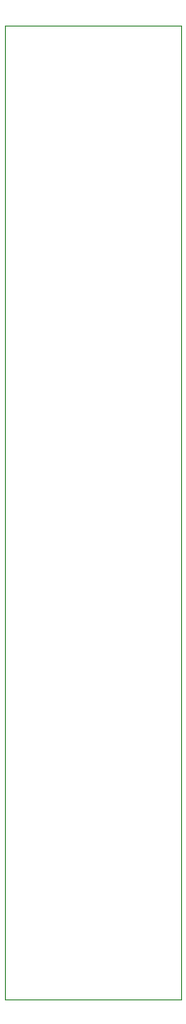
<source format=gbr>
%TF.GenerationSoftware,KiCad,Pcbnew,(6.0.7)*%
%TF.CreationDate,2022-09-02T10:45:59-04:00*%
%TF.ProjectId,discrete_resistive_strain_gauge,64697363-7265-4746-955f-726573697374,rev?*%
%TF.SameCoordinates,Original*%
%TF.FileFunction,Profile,NP*%
%FSLAX46Y46*%
G04 Gerber Fmt 4.6, Leading zero omitted, Abs format (unit mm)*
G04 Created by KiCad (PCBNEW (6.0.7)) date 2022-09-02 10:45:59*
%MOMM*%
%LPD*%
G01*
G04 APERTURE LIST*
%TA.AperFunction,Profile*%
%ADD10C,0.100000*%
%TD*%
G04 APERTURE END LIST*
D10*
X119380000Y-170180000D02*
X119380000Y-86360000D01*
X104140000Y-86360000D02*
X104140000Y-170180000D01*
X104140000Y-170180000D02*
X119380000Y-170180000D01*
X119380000Y-86360000D02*
X104140000Y-86360000D01*
M02*

</source>
